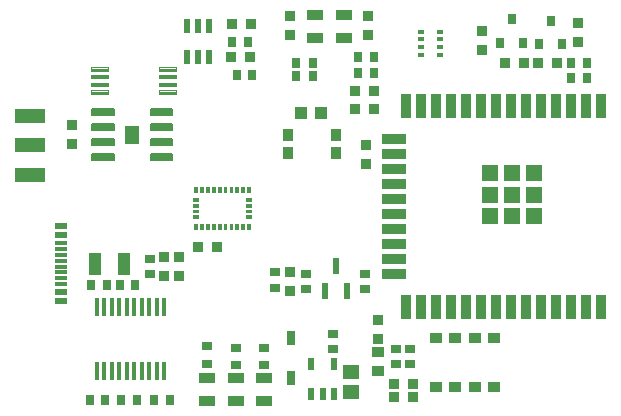
<source format=gbr>
G04 EAGLE Gerber RS-274X export*
G75*
%MOMM*%
%FSLAX34Y34*%
%LPD*%
%INSolderpaste Top*%
%IPPOS*%
%AMOC8*
5,1,8,0,0,1.08239X$1,22.5*%
G01*
%ADD10C,0.060000*%
%ADD11R,0.940000X0.800000*%
%ADD12R,0.950000X0.900000*%
%ADD13R,1.100000X1.900000*%
%ADD14R,0.800000X0.940000*%
%ADD15R,0.500000X0.350000*%
%ADD16R,0.900000X0.950000*%
%ADD17R,0.900000X1.000000*%
%ADD18R,1.100000X1.000000*%
%ADD19R,0.900000X2.000000*%
%ADD20R,2.000000X0.900000*%
%ADD21R,1.330000X1.330000*%
%ADD22R,0.900000X0.650000*%
%ADD23R,1.400000X0.900000*%
%ADD24R,0.800000X0.900000*%
%ADD25R,0.435000X1.526000*%
%ADD26R,2.500000X1.200000*%
%ADD27R,0.550000X1.200000*%
%ADD28C,0.100000*%
%ADD29R,1.290000X1.640000*%
%ADD30C,0.150000*%
%ADD31R,1.140000X0.600000*%
%ADD32R,1.140000X0.300000*%
%ADD33R,0.730000X1.210000*%
%ADD34R,0.558800X1.320800*%
%ADD35R,0.508000X1.320800*%
%ADD36R,0.650000X0.900000*%
%ADD37R,1.000000X0.900000*%
%ADD38R,0.550000X1.050000*%
%ADD39R,1.450000X1.200000*%


D10*
X366600Y597600D02*
X364200Y597600D01*
X364200Y602000D01*
X366600Y602000D01*
X366600Y597600D01*
X366600Y598170D02*
X364200Y598170D01*
X364200Y598740D02*
X366600Y598740D01*
X366600Y599310D02*
X364200Y599310D01*
X364200Y599880D02*
X366600Y599880D01*
X366600Y600450D02*
X364200Y600450D01*
X364200Y601020D02*
X366600Y601020D01*
X366600Y601590D02*
X364200Y601590D01*
X367600Y592900D02*
X367600Y590500D01*
X363200Y590500D01*
X363200Y592900D01*
X367600Y592900D01*
X367600Y591070D02*
X363200Y591070D01*
X363200Y591640D02*
X367600Y591640D01*
X367600Y592210D02*
X363200Y592210D01*
X363200Y592780D02*
X367600Y592780D01*
X367600Y587900D02*
X367600Y585500D01*
X363200Y585500D01*
X363200Y587900D01*
X367600Y587900D01*
X367600Y586070D02*
X363200Y586070D01*
X363200Y586640D02*
X367600Y586640D01*
X367600Y587210D02*
X363200Y587210D01*
X363200Y587780D02*
X367600Y587780D01*
X367600Y582900D02*
X367600Y580500D01*
X363200Y580500D01*
X363200Y582900D01*
X367600Y582900D01*
X367600Y581070D02*
X363200Y581070D01*
X363200Y581640D02*
X367600Y581640D01*
X367600Y582210D02*
X363200Y582210D01*
X363200Y582780D02*
X367600Y582780D01*
X367600Y577900D02*
X367600Y575500D01*
X363200Y575500D01*
X363200Y577900D01*
X367600Y577900D01*
X367600Y576070D02*
X363200Y576070D01*
X363200Y576640D02*
X367600Y576640D01*
X367600Y577210D02*
X363200Y577210D01*
X363200Y577780D02*
X367600Y577780D01*
X366600Y566400D02*
X364200Y566400D01*
X364200Y570800D01*
X366600Y570800D01*
X366600Y566400D01*
X366600Y566970D02*
X364200Y566970D01*
X364200Y567540D02*
X366600Y567540D01*
X366600Y568110D02*
X364200Y568110D01*
X364200Y568680D02*
X366600Y568680D01*
X366600Y569250D02*
X364200Y569250D01*
X364200Y569820D02*
X366600Y569820D01*
X366600Y570390D02*
X364200Y570390D01*
X361600Y566400D02*
X359200Y566400D01*
X359200Y570800D01*
X361600Y570800D01*
X361600Y566400D01*
X361600Y566970D02*
X359200Y566970D01*
X359200Y567540D02*
X361600Y567540D01*
X361600Y568110D02*
X359200Y568110D01*
X359200Y568680D02*
X361600Y568680D01*
X361600Y569250D02*
X359200Y569250D01*
X359200Y569820D02*
X361600Y569820D01*
X361600Y570390D02*
X359200Y570390D01*
X356600Y566400D02*
X354200Y566400D01*
X354200Y570800D01*
X356600Y570800D01*
X356600Y566400D01*
X356600Y566970D02*
X354200Y566970D01*
X354200Y567540D02*
X356600Y567540D01*
X356600Y568110D02*
X354200Y568110D01*
X354200Y568680D02*
X356600Y568680D01*
X356600Y569250D02*
X354200Y569250D01*
X354200Y569820D02*
X356600Y569820D01*
X356600Y570390D02*
X354200Y570390D01*
X351600Y566400D02*
X349200Y566400D01*
X349200Y570800D01*
X351600Y570800D01*
X351600Y566400D01*
X351600Y566970D02*
X349200Y566970D01*
X349200Y567540D02*
X351600Y567540D01*
X351600Y568110D02*
X349200Y568110D01*
X349200Y568680D02*
X351600Y568680D01*
X351600Y569250D02*
X349200Y569250D01*
X349200Y569820D02*
X351600Y569820D01*
X351600Y570390D02*
X349200Y570390D01*
X346600Y566400D02*
X344200Y566400D01*
X344200Y570800D01*
X346600Y570800D01*
X346600Y566400D01*
X346600Y566970D02*
X344200Y566970D01*
X344200Y567540D02*
X346600Y567540D01*
X346600Y568110D02*
X344200Y568110D01*
X344200Y568680D02*
X346600Y568680D01*
X346600Y569250D02*
X344200Y569250D01*
X344200Y569820D02*
X346600Y569820D01*
X346600Y570390D02*
X344200Y570390D01*
X341600Y566400D02*
X339200Y566400D01*
X339200Y570800D01*
X341600Y570800D01*
X341600Y566400D01*
X341600Y566970D02*
X339200Y566970D01*
X339200Y567540D02*
X341600Y567540D01*
X341600Y568110D02*
X339200Y568110D01*
X339200Y568680D02*
X341600Y568680D01*
X341600Y569250D02*
X339200Y569250D01*
X339200Y569820D02*
X341600Y569820D01*
X341600Y570390D02*
X339200Y570390D01*
X336600Y566400D02*
X334200Y566400D01*
X334200Y570800D01*
X336600Y570800D01*
X336600Y566400D01*
X336600Y566970D02*
X334200Y566970D01*
X334200Y567540D02*
X336600Y567540D01*
X336600Y568110D02*
X334200Y568110D01*
X334200Y568680D02*
X336600Y568680D01*
X336600Y569250D02*
X334200Y569250D01*
X334200Y569820D02*
X336600Y569820D01*
X336600Y570390D02*
X334200Y570390D01*
X331600Y566400D02*
X329200Y566400D01*
X329200Y570800D01*
X331600Y570800D01*
X331600Y566400D01*
X331600Y566970D02*
X329200Y566970D01*
X329200Y567540D02*
X331600Y567540D01*
X331600Y568110D02*
X329200Y568110D01*
X329200Y568680D02*
X331600Y568680D01*
X331600Y569250D02*
X329200Y569250D01*
X329200Y569820D02*
X331600Y569820D01*
X331600Y570390D02*
X329200Y570390D01*
X326600Y566400D02*
X324200Y566400D01*
X324200Y570800D01*
X326600Y570800D01*
X326600Y566400D01*
X326600Y566970D02*
X324200Y566970D01*
X324200Y567540D02*
X326600Y567540D01*
X326600Y568110D02*
X324200Y568110D01*
X324200Y568680D02*
X326600Y568680D01*
X326600Y569250D02*
X324200Y569250D01*
X324200Y569820D02*
X326600Y569820D01*
X326600Y570390D02*
X324200Y570390D01*
X321600Y566400D02*
X319200Y566400D01*
X319200Y570800D01*
X321600Y570800D01*
X321600Y566400D01*
X321600Y566970D02*
X319200Y566970D01*
X319200Y567540D02*
X321600Y567540D01*
X321600Y568110D02*
X319200Y568110D01*
X319200Y568680D02*
X321600Y568680D01*
X321600Y569250D02*
X319200Y569250D01*
X319200Y569820D02*
X321600Y569820D01*
X321600Y570390D02*
X319200Y570390D01*
X322600Y575500D02*
X322600Y577900D01*
X322600Y575500D02*
X318200Y575500D01*
X318200Y577900D01*
X322600Y577900D01*
X322600Y576070D02*
X318200Y576070D01*
X318200Y576640D02*
X322600Y576640D01*
X322600Y577210D02*
X318200Y577210D01*
X318200Y577780D02*
X322600Y577780D01*
X322600Y580500D02*
X322600Y582900D01*
X322600Y580500D02*
X318200Y580500D01*
X318200Y582900D01*
X322600Y582900D01*
X322600Y581070D02*
X318200Y581070D01*
X318200Y581640D02*
X322600Y581640D01*
X322600Y582210D02*
X318200Y582210D01*
X318200Y582780D02*
X322600Y582780D01*
X322600Y585500D02*
X322600Y587900D01*
X322600Y585500D02*
X318200Y585500D01*
X318200Y587900D01*
X322600Y587900D01*
X322600Y586070D02*
X318200Y586070D01*
X318200Y586640D02*
X322600Y586640D01*
X322600Y587210D02*
X318200Y587210D01*
X318200Y587780D02*
X322600Y587780D01*
X322600Y590500D02*
X322600Y592900D01*
X322600Y590500D02*
X318200Y590500D01*
X318200Y592900D01*
X322600Y592900D01*
X322600Y591070D02*
X318200Y591070D01*
X318200Y591640D02*
X322600Y591640D01*
X322600Y592210D02*
X318200Y592210D01*
X318200Y592780D02*
X322600Y592780D01*
X321600Y597600D02*
X319200Y597600D01*
X319200Y602000D01*
X321600Y602000D01*
X321600Y597600D01*
X321600Y598170D02*
X319200Y598170D01*
X319200Y598740D02*
X321600Y598740D01*
X321600Y599310D02*
X319200Y599310D01*
X319200Y599880D02*
X321600Y599880D01*
X321600Y600450D02*
X319200Y600450D01*
X319200Y601020D02*
X321600Y601020D01*
X321600Y601590D02*
X319200Y601590D01*
X324200Y597600D02*
X326600Y597600D01*
X324200Y597600D02*
X324200Y602000D01*
X326600Y602000D01*
X326600Y597600D01*
X326600Y598170D02*
X324200Y598170D01*
X324200Y598740D02*
X326600Y598740D01*
X326600Y599310D02*
X324200Y599310D01*
X324200Y599880D02*
X326600Y599880D01*
X326600Y600450D02*
X324200Y600450D01*
X324200Y601020D02*
X326600Y601020D01*
X326600Y601590D02*
X324200Y601590D01*
X329200Y597600D02*
X331600Y597600D01*
X329200Y597600D02*
X329200Y602000D01*
X331600Y602000D01*
X331600Y597600D01*
X331600Y598170D02*
X329200Y598170D01*
X329200Y598740D02*
X331600Y598740D01*
X331600Y599310D02*
X329200Y599310D01*
X329200Y599880D02*
X331600Y599880D01*
X331600Y600450D02*
X329200Y600450D01*
X329200Y601020D02*
X331600Y601020D01*
X331600Y601590D02*
X329200Y601590D01*
X334200Y597600D02*
X336600Y597600D01*
X334200Y597600D02*
X334200Y602000D01*
X336600Y602000D01*
X336600Y597600D01*
X336600Y598170D02*
X334200Y598170D01*
X334200Y598740D02*
X336600Y598740D01*
X336600Y599310D02*
X334200Y599310D01*
X334200Y599880D02*
X336600Y599880D01*
X336600Y600450D02*
X334200Y600450D01*
X334200Y601020D02*
X336600Y601020D01*
X336600Y601590D02*
X334200Y601590D01*
X339200Y597600D02*
X341600Y597600D01*
X339200Y597600D02*
X339200Y602000D01*
X341600Y602000D01*
X341600Y597600D01*
X341600Y598170D02*
X339200Y598170D01*
X339200Y598740D02*
X341600Y598740D01*
X341600Y599310D02*
X339200Y599310D01*
X339200Y599880D02*
X341600Y599880D01*
X341600Y600450D02*
X339200Y600450D01*
X339200Y601020D02*
X341600Y601020D01*
X341600Y601590D02*
X339200Y601590D01*
X344200Y597600D02*
X346600Y597600D01*
X344200Y597600D02*
X344200Y602000D01*
X346600Y602000D01*
X346600Y597600D01*
X346600Y598170D02*
X344200Y598170D01*
X344200Y598740D02*
X346600Y598740D01*
X346600Y599310D02*
X344200Y599310D01*
X344200Y599880D02*
X346600Y599880D01*
X346600Y600450D02*
X344200Y600450D01*
X344200Y601020D02*
X346600Y601020D01*
X346600Y601590D02*
X344200Y601590D01*
X349200Y597600D02*
X351600Y597600D01*
X349200Y597600D02*
X349200Y602000D01*
X351600Y602000D01*
X351600Y597600D01*
X351600Y598170D02*
X349200Y598170D01*
X349200Y598740D02*
X351600Y598740D01*
X351600Y599310D02*
X349200Y599310D01*
X349200Y599880D02*
X351600Y599880D01*
X351600Y600450D02*
X349200Y600450D01*
X349200Y601020D02*
X351600Y601020D01*
X351600Y601590D02*
X349200Y601590D01*
X354200Y597600D02*
X356600Y597600D01*
X354200Y597600D02*
X354200Y602000D01*
X356600Y602000D01*
X356600Y597600D01*
X356600Y598170D02*
X354200Y598170D01*
X354200Y598740D02*
X356600Y598740D01*
X356600Y599310D02*
X354200Y599310D01*
X354200Y599880D02*
X356600Y599880D01*
X356600Y600450D02*
X354200Y600450D01*
X354200Y601020D02*
X356600Y601020D01*
X356600Y601590D02*
X354200Y601590D01*
X359200Y597600D02*
X361600Y597600D01*
X359200Y597600D02*
X359200Y602000D01*
X361600Y602000D01*
X361600Y597600D01*
X361600Y598170D02*
X359200Y598170D01*
X359200Y598740D02*
X361600Y598740D01*
X361600Y599310D02*
X359200Y599310D01*
X359200Y599880D02*
X361600Y599880D01*
X361600Y600450D02*
X359200Y600450D01*
X359200Y601020D02*
X361600Y601020D01*
X361600Y601590D02*
X359200Y601590D01*
D11*
X281940Y527970D03*
X281940Y541370D03*
X387350Y529940D03*
X387350Y516540D03*
D12*
X293370Y526670D03*
X293370Y542670D03*
X306070Y526670D03*
X306070Y542670D03*
X400050Y529970D03*
X400050Y513970D03*
D13*
X260150Y537210D03*
X235150Y537210D03*
D14*
X256190Y519430D03*
X269590Y519430D03*
X245460Y519430D03*
X232060Y519430D03*
D15*
X527430Y733650D03*
X527430Y727150D03*
X527430Y720650D03*
X527430Y714150D03*
X511430Y714150D03*
X511430Y720650D03*
X511430Y727150D03*
X511430Y733650D03*
D12*
X562610Y734440D03*
X562610Y718440D03*
D16*
X455550Y683260D03*
X471550Y683260D03*
D14*
X458120Y712470D03*
X471520Y712470D03*
X458120Y698500D03*
X471520Y698500D03*
D17*
X439420Y646430D03*
X439420Y630430D03*
X398420Y630430D03*
X398420Y646430D03*
D18*
X409720Y664720D03*
X426720Y664720D03*
D19*
X663470Y670470D03*
X650770Y670470D03*
X638070Y670470D03*
X625370Y670470D03*
X612670Y670470D03*
X599970Y670470D03*
X587270Y670470D03*
X574570Y670470D03*
X561870Y670470D03*
X549170Y670470D03*
X536470Y670470D03*
X523770Y670470D03*
X511070Y670470D03*
X498370Y670470D03*
D20*
X488370Y642620D03*
X488370Y629920D03*
X488370Y617220D03*
X488370Y604520D03*
X488370Y591820D03*
X488370Y579120D03*
X488370Y566420D03*
X488370Y553720D03*
X488370Y541020D03*
X488370Y528320D03*
D19*
X498370Y500470D03*
X511070Y500470D03*
X523770Y500470D03*
X536470Y500470D03*
X549170Y500470D03*
X561870Y500470D03*
X574570Y500470D03*
X587270Y500470D03*
X599970Y500470D03*
X612670Y500470D03*
X625370Y500470D03*
X638070Y500470D03*
X650770Y500470D03*
X663470Y500470D03*
D21*
X606820Y613820D03*
X606820Y595470D03*
X606820Y577120D03*
X588470Y613820D03*
X588470Y595470D03*
X588470Y577120D03*
X570120Y613820D03*
X570120Y595470D03*
X570120Y577120D03*
D16*
X582550Y707390D03*
X598550Y707390D03*
D12*
X643890Y724790D03*
X643890Y740790D03*
D16*
X626490Y707390D03*
X610490Y707390D03*
D22*
X378460Y465720D03*
X378460Y451220D03*
D23*
X378460Y421030D03*
X378460Y440030D03*
D24*
X578510Y724060D03*
X597510Y724060D03*
X588010Y744060D03*
X611530Y722790D03*
X630530Y722790D03*
X621030Y742790D03*
D14*
X638460Y694690D03*
X651860Y694690D03*
X638460Y707390D03*
X651860Y707390D03*
D25*
X294010Y500830D03*
X287650Y500830D03*
X281310Y500830D03*
X274950Y500830D03*
X268610Y500830D03*
X262250Y500830D03*
X255910Y500830D03*
X249550Y500830D03*
X243210Y500830D03*
X236850Y500830D03*
X236850Y446590D03*
X243210Y446590D03*
X249550Y446590D03*
X255910Y446590D03*
X262250Y446590D03*
X268610Y446590D03*
X274950Y446590D03*
X281310Y446590D03*
X287650Y446590D03*
X294010Y446590D03*
D22*
X330200Y466990D03*
X330200Y452490D03*
X354330Y465720D03*
X354330Y451220D03*
D23*
X330200Y421030D03*
X330200Y440030D03*
X354330Y421030D03*
X354330Y440030D03*
D14*
X285400Y421640D03*
X298800Y421640D03*
X244190Y421640D03*
X230790Y421640D03*
X257460Y421640D03*
X270860Y421640D03*
D26*
X179900Y662540D03*
X179900Y637540D03*
X179900Y612540D03*
D27*
X332080Y738170D03*
X322580Y738170D03*
X313080Y738170D03*
X313080Y712170D03*
X332080Y712170D03*
X322580Y712170D03*
D28*
X246470Y700400D02*
X231870Y700400D01*
X231870Y703400D01*
X246470Y703400D01*
X246470Y700400D01*
X246470Y701350D02*
X231870Y701350D01*
X231870Y702300D02*
X246470Y702300D01*
X246470Y703250D02*
X231870Y703250D01*
X231870Y693900D02*
X246470Y693900D01*
X231870Y693900D02*
X231870Y696900D01*
X246470Y696900D01*
X246470Y693900D01*
X246470Y694850D02*
X231870Y694850D01*
X231870Y695800D02*
X246470Y695800D01*
X246470Y696750D02*
X231870Y696750D01*
X231870Y687400D02*
X246470Y687400D01*
X231870Y687400D02*
X231870Y690400D01*
X246470Y690400D01*
X246470Y687400D01*
X246470Y688350D02*
X231870Y688350D01*
X231870Y689300D02*
X246470Y689300D01*
X246470Y690250D02*
X231870Y690250D01*
X231870Y680900D02*
X246470Y680900D01*
X231870Y680900D02*
X231870Y683900D01*
X246470Y683900D01*
X246470Y680900D01*
X246470Y681850D02*
X231870Y681850D01*
X231870Y682800D02*
X246470Y682800D01*
X246470Y683750D02*
X231870Y683750D01*
X289470Y680900D02*
X304070Y680900D01*
X289470Y680900D02*
X289470Y683900D01*
X304070Y683900D01*
X304070Y680900D01*
X304070Y681850D02*
X289470Y681850D01*
X289470Y682800D02*
X304070Y682800D01*
X304070Y683750D02*
X289470Y683750D01*
X289470Y687400D02*
X304070Y687400D01*
X289470Y687400D02*
X289470Y690400D01*
X304070Y690400D01*
X304070Y687400D01*
X304070Y688350D02*
X289470Y688350D01*
X289470Y689300D02*
X304070Y689300D01*
X304070Y690250D02*
X289470Y690250D01*
X289470Y693900D02*
X304070Y693900D01*
X289470Y693900D02*
X289470Y696900D01*
X304070Y696900D01*
X304070Y693900D01*
X304070Y694850D02*
X289470Y694850D01*
X289470Y695800D02*
X304070Y695800D01*
X304070Y696750D02*
X289470Y696750D01*
X289470Y700400D02*
X304070Y700400D01*
X289470Y700400D02*
X289470Y703400D01*
X304070Y703400D01*
X304070Y700400D01*
X304070Y701350D02*
X289470Y701350D01*
X289470Y702300D02*
X304070Y702300D01*
X304070Y703250D02*
X289470Y703250D01*
D29*
X266700Y646430D03*
D30*
X251050Y663230D02*
X232850Y663230D01*
X232850Y667730D01*
X251050Y667730D01*
X251050Y663230D01*
X251050Y664655D02*
X232850Y664655D01*
X232850Y666080D02*
X251050Y666080D01*
X251050Y667505D02*
X232850Y667505D01*
X232850Y650530D02*
X251050Y650530D01*
X232850Y650530D02*
X232850Y655030D01*
X251050Y655030D01*
X251050Y650530D01*
X251050Y651955D02*
X232850Y651955D01*
X232850Y653380D02*
X251050Y653380D01*
X251050Y654805D02*
X232850Y654805D01*
X232850Y637830D02*
X251050Y637830D01*
X232850Y637830D02*
X232850Y642330D01*
X251050Y642330D01*
X251050Y637830D01*
X251050Y639255D02*
X232850Y639255D01*
X232850Y640680D02*
X251050Y640680D01*
X251050Y642105D02*
X232850Y642105D01*
X232850Y625130D02*
X251050Y625130D01*
X232850Y625130D02*
X232850Y629630D01*
X251050Y629630D01*
X251050Y625130D01*
X251050Y626555D02*
X232850Y626555D01*
X232850Y627980D02*
X251050Y627980D01*
X251050Y629405D02*
X232850Y629405D01*
X282350Y625130D02*
X300550Y625130D01*
X282350Y625130D02*
X282350Y629630D01*
X300550Y629630D01*
X300550Y625130D01*
X300550Y626555D02*
X282350Y626555D01*
X282350Y627980D02*
X300550Y627980D01*
X300550Y629405D02*
X282350Y629405D01*
X282350Y637830D02*
X300550Y637830D01*
X282350Y637830D02*
X282350Y642330D01*
X300550Y642330D01*
X300550Y637830D01*
X300550Y639255D02*
X282350Y639255D01*
X282350Y640680D02*
X300550Y640680D01*
X300550Y642105D02*
X282350Y642105D01*
X282350Y650530D02*
X300550Y650530D01*
X282350Y650530D02*
X282350Y655030D01*
X300550Y655030D01*
X300550Y650530D01*
X300550Y651955D02*
X282350Y651955D01*
X282350Y653380D02*
X300550Y653380D01*
X300550Y654805D02*
X282350Y654805D01*
X282350Y663230D02*
X300550Y663230D01*
X282350Y663230D02*
X282350Y667730D01*
X300550Y667730D01*
X300550Y663230D01*
X300550Y664655D02*
X282350Y664655D01*
X282350Y666080D02*
X300550Y666080D01*
X300550Y667505D02*
X282350Y667505D01*
D31*
X206250Y569210D03*
X206250Y561210D03*
D32*
X206250Y539710D03*
X206250Y544710D03*
X206250Y549710D03*
X206250Y554710D03*
X206250Y534710D03*
X206250Y529710D03*
X206250Y524710D03*
X206250Y519710D03*
D31*
X206250Y513210D03*
X206250Y505210D03*
D12*
X400050Y731140D03*
X400050Y747140D03*
D23*
X445770Y747370D03*
X445770Y728370D03*
X421640Y747370D03*
X421640Y728370D03*
D12*
X466090Y731140D03*
X466090Y747140D03*
X215900Y654430D03*
X215900Y638430D03*
D33*
X401320Y474000D03*
X401320Y440400D03*
D34*
X430022Y513588D03*
X448818Y513588D03*
D35*
X439420Y535432D03*
D11*
X490220Y465170D03*
X490220Y451770D03*
X501650Y465170D03*
X501650Y451770D03*
X414020Y528670D03*
X414020Y515270D03*
X463550Y528670D03*
X463550Y515270D03*
D16*
X350140Y712470D03*
X366140Y712470D03*
D14*
X351440Y725170D03*
X364840Y725170D03*
D16*
X367410Y740410D03*
X351410Y740410D03*
D14*
X355250Y697230D03*
X368650Y697230D03*
D36*
X420000Y695960D03*
X405500Y695960D03*
X420000Y707390D03*
X405500Y707390D03*
D37*
X524130Y473890D03*
X540130Y473890D03*
X540130Y432890D03*
X524130Y432890D03*
D16*
X504570Y435610D03*
X488570Y435610D03*
D37*
X557150Y473890D03*
X573150Y473890D03*
X573150Y432890D03*
X557150Y432890D03*
D16*
X504570Y424180D03*
X488570Y424180D03*
X455550Y668020D03*
X471550Y668020D03*
D12*
X464820Y621920D03*
X464820Y637920D03*
D16*
X338200Y551180D03*
X322200Y551180D03*
D38*
X418490Y426420D03*
X427990Y426420D03*
X437490Y426420D03*
X437490Y452420D03*
X418490Y452420D03*
D11*
X436880Y464470D03*
X436880Y477870D03*
D39*
X452120Y428380D03*
X452120Y445380D03*
D12*
X474980Y473330D03*
X474980Y489330D03*
D37*
X474980Y462660D03*
X474980Y446660D03*
M02*

</source>
